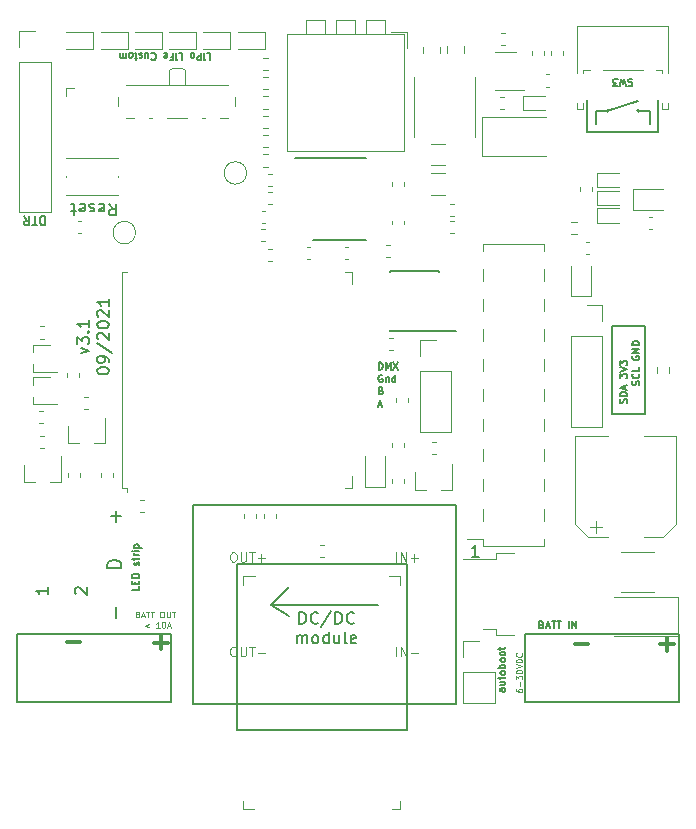
<source format=gto>
G04 #@! TF.GenerationSoftware,KiCad,Pcbnew,5.1.10*
G04 #@! TF.CreationDate,2021-09-27T13:14:11+02:00*
G04 #@! TF.ProjectId,KXKM_ESP32_battery_management_board,4b584b4d-5f45-4535-9033-325f62617474,3.0*
G04 #@! TF.SameCoordinates,PX623a7c0PY839b680*
G04 #@! TF.FileFunction,Legend,Top*
G04 #@! TF.FilePolarity,Positive*
%FSLAX46Y46*%
G04 Gerber Fmt 4.6, Leading zero omitted, Abs format (unit mm)*
G04 Created by KiCad (PCBNEW 5.1.10) date 2021-09-27 13:14:11*
%MOMM*%
%LPD*%
G01*
G04 APERTURE LIST*
%ADD10C,0.300000*%
%ADD11C,0.150000*%
%ADD12C,0.200000*%
%ADD13C,0.125000*%
%ADD14C,0.120000*%
%ADD15C,0.100000*%
G04 APERTURE END LIST*
D10*
X4428571Y5342858D02*
X5571428Y5342858D01*
D11*
X41521428Y1428572D02*
X41207142Y1428572D01*
X41150000Y1400000D01*
X41121428Y1342858D01*
X41121428Y1228572D01*
X41150000Y1171429D01*
X41492857Y1428572D02*
X41521428Y1371429D01*
X41521428Y1228572D01*
X41492857Y1171429D01*
X41435714Y1142858D01*
X41378571Y1142858D01*
X41321428Y1171429D01*
X41292857Y1228572D01*
X41292857Y1371429D01*
X41264285Y1428572D01*
X41121428Y1971429D02*
X41521428Y1971429D01*
X41121428Y1714286D02*
X41435714Y1714286D01*
X41492857Y1742858D01*
X41521428Y1800000D01*
X41521428Y1885715D01*
X41492857Y1942858D01*
X41464285Y1971429D01*
X41121428Y2171429D02*
X41121428Y2400000D01*
X40921428Y2257143D02*
X41435714Y2257143D01*
X41492857Y2285715D01*
X41521428Y2342858D01*
X41521428Y2400000D01*
X41521428Y2685715D02*
X41492857Y2628572D01*
X41464285Y2600000D01*
X41407142Y2571429D01*
X41235714Y2571429D01*
X41178571Y2600000D01*
X41150000Y2628572D01*
X41121428Y2685715D01*
X41121428Y2771429D01*
X41150000Y2828572D01*
X41178571Y2857143D01*
X41235714Y2885715D01*
X41407142Y2885715D01*
X41464285Y2857143D01*
X41492857Y2828572D01*
X41521428Y2771429D01*
X41521428Y2685715D01*
X41521428Y3142858D02*
X40921428Y3142858D01*
X41150000Y3142858D02*
X41121428Y3200000D01*
X41121428Y3314286D01*
X41150000Y3371429D01*
X41178571Y3400000D01*
X41235714Y3428572D01*
X41407142Y3428572D01*
X41464285Y3400000D01*
X41492857Y3371429D01*
X41521428Y3314286D01*
X41521428Y3200000D01*
X41492857Y3142858D01*
X41521428Y3771429D02*
X41492857Y3714286D01*
X41464285Y3685715D01*
X41407142Y3657143D01*
X41235714Y3657143D01*
X41178571Y3685715D01*
X41150000Y3714286D01*
X41121428Y3771429D01*
X41121428Y3857143D01*
X41150000Y3914286D01*
X41178571Y3942858D01*
X41235714Y3971429D01*
X41407142Y3971429D01*
X41464285Y3942858D01*
X41492857Y3914286D01*
X41521428Y3857143D01*
X41521428Y3771429D01*
X41521428Y4314286D02*
X41492857Y4257143D01*
X41464285Y4228572D01*
X41407142Y4200000D01*
X41235714Y4200000D01*
X41178571Y4228572D01*
X41150000Y4257143D01*
X41121428Y4314286D01*
X41121428Y4400000D01*
X41150000Y4457143D01*
X41178571Y4485715D01*
X41235714Y4514286D01*
X41407142Y4514286D01*
X41464285Y4485715D01*
X41492857Y4457143D01*
X41521428Y4400000D01*
X41521428Y4314286D01*
X41121428Y4685715D02*
X41121428Y4914286D01*
X40921428Y4771429D02*
X41435714Y4771429D01*
X41492857Y4800000D01*
X41521428Y4857143D01*
X41521428Y4914286D01*
D12*
X8595714Y7357143D02*
X8595714Y8271429D01*
X9052857Y11585715D02*
X7852857Y11585715D01*
X7852857Y11871429D01*
X7910000Y12042858D01*
X8024285Y12157143D01*
X8138571Y12214286D01*
X8367142Y12271429D01*
X8538571Y12271429D01*
X8767142Y12214286D01*
X8881428Y12157143D01*
X8995714Y12042858D01*
X9052857Y11871429D01*
X9052857Y11585715D01*
X8595714Y15528572D02*
X8595714Y16442858D01*
X9052857Y15985715D02*
X8138571Y15985715D01*
D11*
X2812380Y9975715D02*
X2812380Y9404286D01*
X2812380Y9690000D02*
X1812380Y9690000D01*
X1955238Y9594762D01*
X2050476Y9499524D01*
X2098095Y9404286D01*
X5207619Y9404286D02*
X5160000Y9451905D01*
X5112380Y9547143D01*
X5112380Y9785239D01*
X5160000Y9880477D01*
X5207619Y9928096D01*
X5302857Y9975715D01*
X5398095Y9975715D01*
X5540952Y9928096D01*
X6112380Y9356667D01*
X6112380Y9975715D01*
X10551428Y10041429D02*
X10551428Y9755715D01*
X9951428Y9755715D01*
X10237142Y10241429D02*
X10237142Y10441429D01*
X10551428Y10527143D02*
X10551428Y10241429D01*
X9951428Y10241429D01*
X9951428Y10527143D01*
X10551428Y10784286D02*
X9951428Y10784286D01*
X9951428Y10927143D01*
X9980000Y11012858D01*
X10037142Y11070000D01*
X10094285Y11098572D01*
X10208571Y11127143D01*
X10294285Y11127143D01*
X10408571Y11098572D01*
X10465714Y11070000D01*
X10522857Y11012858D01*
X10551428Y10927143D01*
X10551428Y10784286D01*
X10522857Y11812858D02*
X10551428Y11870000D01*
X10551428Y11984286D01*
X10522857Y12041429D01*
X10465714Y12070000D01*
X10437142Y12070000D01*
X10380000Y12041429D01*
X10351428Y11984286D01*
X10351428Y11898572D01*
X10322857Y11841429D01*
X10265714Y11812858D01*
X10237142Y11812858D01*
X10180000Y11841429D01*
X10151428Y11898572D01*
X10151428Y11984286D01*
X10180000Y12041429D01*
X10151428Y12241429D02*
X10151428Y12470000D01*
X9951428Y12327143D02*
X10465714Y12327143D01*
X10522857Y12355715D01*
X10551428Y12412858D01*
X10551428Y12470000D01*
X10551428Y12670000D02*
X10151428Y12670000D01*
X10265714Y12670000D02*
X10208571Y12698572D01*
X10180000Y12727143D01*
X10151428Y12784286D01*
X10151428Y12841429D01*
X10551428Y13041429D02*
X10151428Y13041429D01*
X9951428Y13041429D02*
X9980000Y13012858D01*
X10008571Y13041429D01*
X9980000Y13070000D01*
X9951428Y13041429D01*
X10008571Y13041429D01*
X10151428Y13327143D02*
X10751428Y13327143D01*
X10180000Y13327143D02*
X10151428Y13384286D01*
X10151428Y13498572D01*
X10180000Y13555715D01*
X10208571Y13584286D01*
X10265714Y13612858D01*
X10437142Y13612858D01*
X10494285Y13584286D01*
X10522857Y13555715D01*
X10551428Y13498572D01*
X10551428Y13384286D01*
X10522857Y13327143D01*
X44642857Y6792858D02*
X44728571Y6764286D01*
X44757142Y6735715D01*
X44785714Y6678572D01*
X44785714Y6592858D01*
X44757142Y6535715D01*
X44728571Y6507143D01*
X44671428Y6478572D01*
X44442857Y6478572D01*
X44442857Y7078572D01*
X44642857Y7078572D01*
X44700000Y7050000D01*
X44728571Y7021429D01*
X44757142Y6964286D01*
X44757142Y6907143D01*
X44728571Y6850000D01*
X44700000Y6821429D01*
X44642857Y6792858D01*
X44442857Y6792858D01*
X45014285Y6650000D02*
X45300000Y6650000D01*
X44957142Y6478572D02*
X45157142Y7078572D01*
X45357142Y6478572D01*
X45471428Y7078572D02*
X45814285Y7078572D01*
X45642857Y6478572D02*
X45642857Y7078572D01*
X45928571Y7078572D02*
X46271428Y7078572D01*
X46100000Y6478572D02*
X46100000Y7078572D01*
X46928571Y6478572D02*
X46928571Y7078572D01*
X47214285Y6478572D02*
X47214285Y7078572D01*
X47557142Y6478572D01*
X47557142Y7078572D01*
X13250000Y6000000D02*
X250000Y6000000D01*
X13250000Y250000D02*
X13250000Y6000000D01*
X250000Y250000D02*
X250000Y6000000D01*
X13250000Y250000D02*
X250000Y250000D01*
X56250000Y6000000D02*
X56250000Y250000D01*
X43250000Y6000000D02*
X56250000Y6000000D01*
X43250000Y250000D02*
X43250000Y6000000D01*
X56250000Y250000D02*
X43250000Y250000D01*
X53350000Y24600000D02*
X50600000Y24600000D01*
X53350000Y32100000D02*
X53350000Y24600000D01*
X50600000Y32100000D02*
X53350000Y32100000D01*
X50600000Y24600000D02*
X50600000Y32100000D01*
X51817857Y25564286D02*
X51846428Y25650000D01*
X51846428Y25792858D01*
X51817857Y25850000D01*
X51789285Y25878572D01*
X51732142Y25907143D01*
X51675000Y25907143D01*
X51617857Y25878572D01*
X51589285Y25850000D01*
X51560714Y25792858D01*
X51532142Y25678572D01*
X51503571Y25621429D01*
X51475000Y25592858D01*
X51417857Y25564286D01*
X51360714Y25564286D01*
X51303571Y25592858D01*
X51275000Y25621429D01*
X51246428Y25678572D01*
X51246428Y25821429D01*
X51275000Y25907143D01*
X51846428Y26164286D02*
X51246428Y26164286D01*
X51246428Y26307143D01*
X51275000Y26392858D01*
X51332142Y26450000D01*
X51389285Y26478572D01*
X51503571Y26507143D01*
X51589285Y26507143D01*
X51703571Y26478572D01*
X51760714Y26450000D01*
X51817857Y26392858D01*
X51846428Y26307143D01*
X51846428Y26164286D01*
X51675000Y26735715D02*
X51675000Y27021429D01*
X51846428Y26678572D02*
X51246428Y26878572D01*
X51846428Y27078572D01*
X51246428Y27678572D02*
X51246428Y28050000D01*
X51475000Y27850000D01*
X51475000Y27935715D01*
X51503571Y27992858D01*
X51532142Y28021429D01*
X51589285Y28050000D01*
X51732142Y28050000D01*
X51789285Y28021429D01*
X51817857Y27992858D01*
X51846428Y27935715D01*
X51846428Y27764286D01*
X51817857Y27707143D01*
X51789285Y27678572D01*
X51246428Y28221429D02*
X51846428Y28421429D01*
X51246428Y28621429D01*
X51246428Y28764286D02*
X51246428Y29135715D01*
X51475000Y28935715D01*
X51475000Y29021429D01*
X51503571Y29078572D01*
X51532142Y29107143D01*
X51589285Y29135715D01*
X51732142Y29135715D01*
X51789285Y29107143D01*
X51817857Y29078572D01*
X51846428Y29021429D01*
X51846428Y28850000D01*
X51817857Y28792858D01*
X51789285Y28764286D01*
X52867857Y27092858D02*
X52896428Y27178572D01*
X52896428Y27321429D01*
X52867857Y27378572D01*
X52839285Y27407143D01*
X52782142Y27435715D01*
X52725000Y27435715D01*
X52667857Y27407143D01*
X52639285Y27378572D01*
X52610714Y27321429D01*
X52582142Y27207143D01*
X52553571Y27150000D01*
X52525000Y27121429D01*
X52467857Y27092858D01*
X52410714Y27092858D01*
X52353571Y27121429D01*
X52325000Y27150000D01*
X52296428Y27207143D01*
X52296428Y27350000D01*
X52325000Y27435715D01*
X52839285Y28035715D02*
X52867857Y28007143D01*
X52896428Y27921429D01*
X52896428Y27864286D01*
X52867857Y27778572D01*
X52810714Y27721429D01*
X52753571Y27692858D01*
X52639285Y27664286D01*
X52553571Y27664286D01*
X52439285Y27692858D01*
X52382142Y27721429D01*
X52325000Y27778572D01*
X52296428Y27864286D01*
X52296428Y27921429D01*
X52325000Y28007143D01*
X52353571Y28035715D01*
X52896428Y28578572D02*
X52896428Y28292858D01*
X52296428Y28292858D01*
X52325000Y29550000D02*
X52296428Y29492858D01*
X52296428Y29407143D01*
X52325000Y29321429D01*
X52382142Y29264286D01*
X52439285Y29235715D01*
X52553571Y29207143D01*
X52639285Y29207143D01*
X52753571Y29235715D01*
X52810714Y29264286D01*
X52867857Y29321429D01*
X52896428Y29407143D01*
X52896428Y29464286D01*
X52867857Y29550000D01*
X52839285Y29578572D01*
X52639285Y29578572D01*
X52639285Y29464286D01*
X52896428Y29835715D02*
X52296428Y29835715D01*
X52896428Y30178572D01*
X52296428Y30178572D01*
X52896428Y30464286D02*
X52296428Y30464286D01*
X52296428Y30607143D01*
X52325000Y30692858D01*
X52382142Y30750000D01*
X52439285Y30778572D01*
X52553571Y30807143D01*
X52639285Y30807143D01*
X52753571Y30778572D01*
X52810714Y30750000D01*
X52867857Y30692858D01*
X52896428Y30607143D01*
X52896428Y30464286D01*
X30840357Y28403572D02*
X30840357Y29003572D01*
X30983214Y29003572D01*
X31068928Y28975000D01*
X31126071Y28917858D01*
X31154642Y28860715D01*
X31183214Y28746429D01*
X31183214Y28660715D01*
X31154642Y28546429D01*
X31126071Y28489286D01*
X31068928Y28432143D01*
X30983214Y28403572D01*
X30840357Y28403572D01*
X31440357Y28403572D02*
X31440357Y29003572D01*
X31640357Y28575000D01*
X31840357Y29003572D01*
X31840357Y28403572D01*
X32068928Y29003572D02*
X32468928Y28403572D01*
X32468928Y29003572D02*
X32068928Y28403572D01*
X31154642Y27925000D02*
X31097500Y27953572D01*
X31011785Y27953572D01*
X30926071Y27925000D01*
X30868928Y27867858D01*
X30840357Y27810715D01*
X30811785Y27696429D01*
X30811785Y27610715D01*
X30840357Y27496429D01*
X30868928Y27439286D01*
X30926071Y27382143D01*
X31011785Y27353572D01*
X31068928Y27353572D01*
X31154642Y27382143D01*
X31183214Y27410715D01*
X31183214Y27610715D01*
X31068928Y27610715D01*
X31440357Y27753572D02*
X31440357Y27353572D01*
X31440357Y27696429D02*
X31468928Y27725000D01*
X31526071Y27753572D01*
X31611785Y27753572D01*
X31668928Y27725000D01*
X31697500Y27667858D01*
X31697500Y27353572D01*
X32240357Y27353572D02*
X32240357Y27953572D01*
X32240357Y27382143D02*
X32183214Y27353572D01*
X32068928Y27353572D01*
X32011785Y27382143D01*
X31983214Y27410715D01*
X31954642Y27467858D01*
X31954642Y27639286D01*
X31983214Y27696429D01*
X32011785Y27725000D01*
X32068928Y27753572D01*
X32183214Y27753572D01*
X32240357Y27725000D01*
X31040357Y26617858D02*
X31126071Y26589286D01*
X31154642Y26560715D01*
X31183214Y26503572D01*
X31183214Y26417858D01*
X31154642Y26360715D01*
X31126071Y26332143D01*
X31068928Y26303572D01*
X30840357Y26303572D01*
X30840357Y26903572D01*
X31040357Y26903572D01*
X31097500Y26875000D01*
X31126071Y26846429D01*
X31154642Y26789286D01*
X31154642Y26732143D01*
X31126071Y26675000D01*
X31097500Y26646429D01*
X31040357Y26617858D01*
X30840357Y26617858D01*
X30811785Y25425000D02*
X31097500Y25425000D01*
X30754642Y25253572D02*
X30954642Y25853572D01*
X31154642Y25253572D01*
X2567142Y41401905D02*
X2567142Y40601905D01*
X2388571Y40601905D01*
X2281428Y40640000D01*
X2210000Y40716191D01*
X2174285Y40792381D01*
X2138571Y40944762D01*
X2138571Y41059048D01*
X2174285Y41211429D01*
X2210000Y41287620D01*
X2281428Y41363810D01*
X2388571Y41401905D01*
X2567142Y41401905D01*
X1924285Y40601905D02*
X1495714Y40601905D01*
X1710000Y41401905D02*
X1710000Y40601905D01*
X817142Y41401905D02*
X1067142Y41020953D01*
X1245714Y41401905D02*
X1245714Y40601905D01*
X960000Y40601905D01*
X888571Y40640000D01*
X852857Y40678096D01*
X817142Y40754286D01*
X817142Y40868572D01*
X852857Y40944762D01*
X888571Y40982858D01*
X960000Y41020953D01*
X1245714Y41020953D01*
D12*
X5635714Y29771429D02*
X6302380Y30009524D01*
X5635714Y30247620D01*
X5302380Y30533334D02*
X5302380Y31152381D01*
X5683333Y30819048D01*
X5683333Y30961905D01*
X5730952Y31057143D01*
X5778571Y31104762D01*
X5873809Y31152381D01*
X6111904Y31152381D01*
X6207142Y31104762D01*
X6254761Y31057143D01*
X6302380Y30961905D01*
X6302380Y30676191D01*
X6254761Y30580953D01*
X6207142Y30533334D01*
X6207142Y31580953D02*
X6254761Y31628572D01*
X6302380Y31580953D01*
X6254761Y31533334D01*
X6207142Y31580953D01*
X6302380Y31580953D01*
X6302380Y32580953D02*
X6302380Y32009524D01*
X6302380Y32295239D02*
X5302380Y32295239D01*
X5445238Y32200000D01*
X5540476Y32104762D01*
X5588095Y32009524D01*
X7002380Y28247620D02*
X7002380Y28342858D01*
X7050000Y28438096D01*
X7097619Y28485715D01*
X7192857Y28533334D01*
X7383333Y28580953D01*
X7621428Y28580953D01*
X7811904Y28533334D01*
X7907142Y28485715D01*
X7954761Y28438096D01*
X8002380Y28342858D01*
X8002380Y28247620D01*
X7954761Y28152381D01*
X7907142Y28104762D01*
X7811904Y28057143D01*
X7621428Y28009524D01*
X7383333Y28009524D01*
X7192857Y28057143D01*
X7097619Y28104762D01*
X7050000Y28152381D01*
X7002380Y28247620D01*
X8002380Y29057143D02*
X8002380Y29247620D01*
X7954761Y29342858D01*
X7907142Y29390477D01*
X7764285Y29485715D01*
X7573809Y29533334D01*
X7192857Y29533334D01*
X7097619Y29485715D01*
X7050000Y29438096D01*
X7002380Y29342858D01*
X7002380Y29152381D01*
X7050000Y29057143D01*
X7097619Y29009524D01*
X7192857Y28961905D01*
X7430952Y28961905D01*
X7526190Y29009524D01*
X7573809Y29057143D01*
X7621428Y29152381D01*
X7621428Y29342858D01*
X7573809Y29438096D01*
X7526190Y29485715D01*
X7430952Y29533334D01*
X6954761Y30676191D02*
X8240476Y29819048D01*
X7097619Y30961905D02*
X7050000Y31009524D01*
X7002380Y31104762D01*
X7002380Y31342858D01*
X7050000Y31438096D01*
X7097619Y31485715D01*
X7192857Y31533334D01*
X7288095Y31533334D01*
X7430952Y31485715D01*
X8002380Y30914286D01*
X8002380Y31533334D01*
X7002380Y32152381D02*
X7002380Y32247620D01*
X7050000Y32342858D01*
X7097619Y32390477D01*
X7192857Y32438096D01*
X7383333Y32485715D01*
X7621428Y32485715D01*
X7811904Y32438096D01*
X7907142Y32390477D01*
X7954761Y32342858D01*
X8002380Y32247620D01*
X8002380Y32152381D01*
X7954761Y32057143D01*
X7907142Y32009524D01*
X7811904Y31961905D01*
X7621428Y31914286D01*
X7383333Y31914286D01*
X7192857Y31961905D01*
X7097619Y32009524D01*
X7050000Y32057143D01*
X7002380Y32152381D01*
X7097619Y32866667D02*
X7050000Y32914286D01*
X7002380Y33009524D01*
X7002380Y33247620D01*
X7050000Y33342858D01*
X7097619Y33390477D01*
X7192857Y33438096D01*
X7288095Y33438096D01*
X7430952Y33390477D01*
X8002380Y32819048D01*
X8002380Y33438096D01*
X8002380Y34390477D02*
X8002380Y33819048D01*
X8002380Y34104762D02*
X7002380Y34104762D01*
X7145238Y34009524D01*
X7240476Y33914286D01*
X7288095Y33819048D01*
X39285714Y12547620D02*
X38714285Y12547620D01*
X39000000Y12547620D02*
X39000000Y13547620D01*
X38904761Y13404762D01*
X38809523Y13309524D01*
X38714285Y13261905D01*
D10*
X11828571Y5292858D02*
X12971428Y5292858D01*
X12400000Y4721429D02*
X12400000Y5864286D01*
X47428571Y5142858D02*
X48571428Y5142858D01*
X54678571Y5142858D02*
X55821428Y5142858D01*
X55250000Y4571429D02*
X55250000Y5714286D01*
D13*
X10445238Y7673215D02*
X10516666Y7649405D01*
X10540476Y7625596D01*
X10564285Y7577977D01*
X10564285Y7506548D01*
X10540476Y7458929D01*
X10516666Y7435120D01*
X10469047Y7411310D01*
X10278571Y7411310D01*
X10278571Y7911310D01*
X10445238Y7911310D01*
X10492857Y7887500D01*
X10516666Y7863691D01*
X10540476Y7816072D01*
X10540476Y7768453D01*
X10516666Y7720834D01*
X10492857Y7697024D01*
X10445238Y7673215D01*
X10278571Y7673215D01*
X10754761Y7554167D02*
X10992857Y7554167D01*
X10707142Y7411310D02*
X10873809Y7911310D01*
X11040476Y7411310D01*
X11135714Y7911310D02*
X11421428Y7911310D01*
X11278571Y7411310D02*
X11278571Y7911310D01*
X11516666Y7911310D02*
X11802380Y7911310D01*
X11659523Y7411310D02*
X11659523Y7911310D01*
X12445238Y7911310D02*
X12540476Y7911310D01*
X12588095Y7887500D01*
X12635714Y7839881D01*
X12659523Y7744643D01*
X12659523Y7577977D01*
X12635714Y7482739D01*
X12588095Y7435120D01*
X12540476Y7411310D01*
X12445238Y7411310D01*
X12397619Y7435120D01*
X12350000Y7482739D01*
X12326190Y7577977D01*
X12326190Y7744643D01*
X12350000Y7839881D01*
X12397619Y7887500D01*
X12445238Y7911310D01*
X12873809Y7911310D02*
X12873809Y7506548D01*
X12897619Y7458929D01*
X12921428Y7435120D01*
X12969047Y7411310D01*
X13064285Y7411310D01*
X13111904Y7435120D01*
X13135714Y7458929D01*
X13159523Y7506548D01*
X13159523Y7911310D01*
X13326190Y7911310D02*
X13611904Y7911310D01*
X13469047Y7411310D02*
X13469047Y7911310D01*
X11409523Y6869643D02*
X11028571Y6726786D01*
X11409523Y6583929D01*
X12290476Y6536310D02*
X12004761Y6536310D01*
X12147619Y6536310D02*
X12147619Y7036310D01*
X12100000Y6964881D01*
X12052380Y6917262D01*
X12004761Y6893453D01*
X12600000Y7036310D02*
X12647619Y7036310D01*
X12695238Y7012500D01*
X12719047Y6988691D01*
X12742857Y6941072D01*
X12766666Y6845834D01*
X12766666Y6726786D01*
X12742857Y6631548D01*
X12719047Y6583929D01*
X12695238Y6560120D01*
X12647619Y6536310D01*
X12600000Y6536310D01*
X12552380Y6560120D01*
X12528571Y6583929D01*
X12504761Y6631548D01*
X12480952Y6726786D01*
X12480952Y6845834D01*
X12504761Y6941072D01*
X12528571Y6988691D01*
X12552380Y7012500D01*
X12600000Y7036310D01*
X12957142Y6679167D02*
X13195238Y6679167D01*
X12909523Y6536310D02*
X13076190Y7036310D01*
X13242857Y6536310D01*
D11*
X16282857Y55221429D02*
X16568571Y55221429D01*
X16568571Y54621429D01*
X16082857Y55221429D02*
X16082857Y54821429D01*
X16082857Y54621429D02*
X16111428Y54650000D01*
X16082857Y54678572D01*
X16054285Y54650000D01*
X16082857Y54621429D01*
X16082857Y54678572D01*
X15797142Y55221429D02*
X15797142Y54621429D01*
X15568571Y54621429D01*
X15511428Y54650000D01*
X15482857Y54678572D01*
X15454285Y54735715D01*
X15454285Y54821429D01*
X15482857Y54878572D01*
X15511428Y54907143D01*
X15568571Y54935715D01*
X15797142Y54935715D01*
X15111428Y55221429D02*
X15168571Y55192858D01*
X15197142Y55164286D01*
X15225714Y55107143D01*
X15225714Y54935715D01*
X15197142Y54878572D01*
X15168571Y54850000D01*
X15111428Y54821429D01*
X15025714Y54821429D01*
X14968571Y54850000D01*
X14940000Y54878572D01*
X14911428Y54935715D01*
X14911428Y55107143D01*
X14940000Y55164286D01*
X14968571Y55192858D01*
X15025714Y55221429D01*
X15111428Y55221429D01*
X13911428Y55221429D02*
X14197142Y55221429D01*
X14197142Y54621429D01*
X13711428Y55221429D02*
X13711428Y54821429D01*
X13711428Y54621429D02*
X13740000Y54650000D01*
X13711428Y54678572D01*
X13682857Y54650000D01*
X13711428Y54621429D01*
X13711428Y54678572D01*
X13225714Y54907143D02*
X13425714Y54907143D01*
X13425714Y55221429D02*
X13425714Y54621429D01*
X13140000Y54621429D01*
X12682857Y55192858D02*
X12740000Y55221429D01*
X12854285Y55221429D01*
X12911428Y55192858D01*
X12940000Y55135715D01*
X12940000Y54907143D01*
X12911428Y54850000D01*
X12854285Y54821429D01*
X12740000Y54821429D01*
X12682857Y54850000D01*
X12654285Y54907143D01*
X12654285Y54964286D01*
X12940000Y55021429D01*
X11597142Y55164286D02*
X11625714Y55192858D01*
X11711428Y55221429D01*
X11768571Y55221429D01*
X11854285Y55192858D01*
X11911428Y55135715D01*
X11940000Y55078572D01*
X11968571Y54964286D01*
X11968571Y54878572D01*
X11940000Y54764286D01*
X11911428Y54707143D01*
X11854285Y54650000D01*
X11768571Y54621429D01*
X11711428Y54621429D01*
X11625714Y54650000D01*
X11597142Y54678572D01*
X11082857Y54821429D02*
X11082857Y55221429D01*
X11340000Y54821429D02*
X11340000Y55135715D01*
X11311428Y55192858D01*
X11254285Y55221429D01*
X11168571Y55221429D01*
X11111428Y55192858D01*
X11082857Y55164286D01*
X10825714Y55192858D02*
X10768571Y55221429D01*
X10654285Y55221429D01*
X10597142Y55192858D01*
X10568571Y55135715D01*
X10568571Y55107143D01*
X10597142Y55050000D01*
X10654285Y55021429D01*
X10740000Y55021429D01*
X10797142Y54992858D01*
X10825714Y54935715D01*
X10825714Y54907143D01*
X10797142Y54850000D01*
X10740000Y54821429D01*
X10654285Y54821429D01*
X10597142Y54850000D01*
X10397142Y54821429D02*
X10168571Y54821429D01*
X10311428Y54621429D02*
X10311428Y55135715D01*
X10282857Y55192858D01*
X10225714Y55221429D01*
X10168571Y55221429D01*
X9882857Y55221429D02*
X9940000Y55192858D01*
X9968571Y55164286D01*
X9997142Y55107143D01*
X9997142Y54935715D01*
X9968571Y54878572D01*
X9940000Y54850000D01*
X9882857Y54821429D01*
X9797142Y54821429D01*
X9740000Y54850000D01*
X9711428Y54878572D01*
X9682857Y54935715D01*
X9682857Y55107143D01*
X9711428Y55164286D01*
X9740000Y55192858D01*
X9797142Y55221429D01*
X9882857Y55221429D01*
X9425714Y55221429D02*
X9425714Y54821429D01*
X9425714Y54878572D02*
X9397142Y54850000D01*
X9340000Y54821429D01*
X9254285Y54821429D01*
X9197142Y54850000D01*
X9168571Y54907143D01*
X9168571Y55221429D01*
X9168571Y54907143D02*
X9140000Y54850000D01*
X9082857Y54821429D01*
X8997142Y54821429D01*
X8940000Y54850000D01*
X8911428Y54907143D01*
X8911428Y55221429D01*
D12*
X7988095Y42452381D02*
X8321428Y41976191D01*
X8559523Y42452381D02*
X8559523Y41452381D01*
X8178571Y41452381D01*
X8083333Y41500000D01*
X8035714Y41547620D01*
X7988095Y41642858D01*
X7988095Y41785715D01*
X8035714Y41880953D01*
X8083333Y41928572D01*
X8178571Y41976191D01*
X8559523Y41976191D01*
X7178571Y42404762D02*
X7273809Y42452381D01*
X7464285Y42452381D01*
X7559523Y42404762D01*
X7607142Y42309524D01*
X7607142Y41928572D01*
X7559523Y41833334D01*
X7464285Y41785715D01*
X7273809Y41785715D01*
X7178571Y41833334D01*
X7130952Y41928572D01*
X7130952Y42023810D01*
X7607142Y42119048D01*
X6750000Y42404762D02*
X6654761Y42452381D01*
X6464285Y42452381D01*
X6369047Y42404762D01*
X6321428Y42309524D01*
X6321428Y42261905D01*
X6369047Y42166667D01*
X6464285Y42119048D01*
X6607142Y42119048D01*
X6702380Y42071429D01*
X6750000Y41976191D01*
X6750000Y41928572D01*
X6702380Y41833334D01*
X6607142Y41785715D01*
X6464285Y41785715D01*
X6369047Y41833334D01*
X5511904Y42404762D02*
X5607142Y42452381D01*
X5797619Y42452381D01*
X5892857Y42404762D01*
X5940476Y42309524D01*
X5940476Y41928572D01*
X5892857Y41833334D01*
X5797619Y41785715D01*
X5607142Y41785715D01*
X5511904Y41833334D01*
X5464285Y41928572D01*
X5464285Y42023810D01*
X5940476Y42119048D01*
X5178571Y41785715D02*
X4797619Y41785715D01*
X5035714Y41452381D02*
X5035714Y42309524D01*
X4988095Y42404762D01*
X4892857Y42452381D01*
X4797619Y42452381D01*
D13*
X42476190Y1345239D02*
X42476190Y1250000D01*
X42500000Y1202381D01*
X42523809Y1178572D01*
X42595238Y1130953D01*
X42690476Y1107143D01*
X42880952Y1107143D01*
X42928571Y1130953D01*
X42952380Y1154762D01*
X42976190Y1202381D01*
X42976190Y1297620D01*
X42952380Y1345239D01*
X42928571Y1369048D01*
X42880952Y1392858D01*
X42761904Y1392858D01*
X42714285Y1369048D01*
X42690476Y1345239D01*
X42666666Y1297620D01*
X42666666Y1202381D01*
X42690476Y1154762D01*
X42714285Y1130953D01*
X42761904Y1107143D01*
X42785714Y1607143D02*
X42785714Y1988096D01*
X42476190Y2178572D02*
X42476190Y2488096D01*
X42666666Y2321429D01*
X42666666Y2392858D01*
X42690476Y2440477D01*
X42714285Y2464286D01*
X42761904Y2488096D01*
X42880952Y2488096D01*
X42928571Y2464286D01*
X42952380Y2440477D01*
X42976190Y2392858D01*
X42976190Y2250000D01*
X42952380Y2202381D01*
X42928571Y2178572D01*
X42476190Y2797620D02*
X42476190Y2845239D01*
X42500000Y2892858D01*
X42523809Y2916667D01*
X42571428Y2940477D01*
X42666666Y2964286D01*
X42785714Y2964286D01*
X42880952Y2940477D01*
X42928571Y2916667D01*
X42952380Y2892858D01*
X42976190Y2845239D01*
X42976190Y2797620D01*
X42952380Y2750000D01*
X42928571Y2726191D01*
X42880952Y2702381D01*
X42785714Y2678572D01*
X42666666Y2678572D01*
X42571428Y2702381D01*
X42523809Y2726191D01*
X42500000Y2750000D01*
X42476190Y2797620D01*
X42476190Y3107143D02*
X42976190Y3273810D01*
X42476190Y3440477D01*
X42976190Y3607143D02*
X42476190Y3607143D01*
X42476190Y3726191D01*
X42500000Y3797620D01*
X42547619Y3845239D01*
X42595238Y3869048D01*
X42690476Y3892858D01*
X42761904Y3892858D01*
X42857142Y3869048D01*
X42904761Y3845239D01*
X42952380Y3797620D01*
X42976190Y3726191D01*
X42976190Y3607143D01*
X42928571Y4392858D02*
X42952380Y4369048D01*
X42976190Y4297620D01*
X42976190Y4250000D01*
X42952380Y4178572D01*
X42904761Y4130953D01*
X42857142Y4107143D01*
X42761904Y4083334D01*
X42690476Y4083334D01*
X42595238Y4107143D01*
X42547619Y4130953D01*
X42500000Y4178572D01*
X42476190Y4250000D01*
X42476190Y4297620D01*
X42500000Y4369048D01*
X42523809Y4392858D01*
D11*
X52300000Y52992858D02*
X52214285Y53021429D01*
X52071428Y53021429D01*
X52014285Y52992858D01*
X51985714Y52964286D01*
X51957142Y52907143D01*
X51957142Y52850000D01*
X51985714Y52792858D01*
X52014285Y52764286D01*
X52071428Y52735715D01*
X52185714Y52707143D01*
X52242857Y52678572D01*
X52271428Y52650000D01*
X52300000Y52592858D01*
X52300000Y52535715D01*
X52271428Y52478572D01*
X52242857Y52450000D01*
X52185714Y52421429D01*
X52042857Y52421429D01*
X51957142Y52450000D01*
X51757142Y52421429D02*
X51614285Y53021429D01*
X51500000Y52592858D01*
X51385714Y53021429D01*
X51242857Y52421429D01*
X51071428Y52421429D02*
X50700000Y52421429D01*
X50900000Y52650000D01*
X50814285Y52650000D01*
X50757142Y52678572D01*
X50728571Y52707143D01*
X50700000Y52764286D01*
X50700000Y52907143D01*
X50728571Y52964286D01*
X50757142Y52992858D01*
X50814285Y53021429D01*
X50985714Y53021429D01*
X51042857Y52992858D01*
X51071428Y52964286D01*
D12*
X52900000Y50300000D02*
G75*
G03*
X52900000Y50300000I-100000J0D01*
G01*
X50300000Y50300000D02*
G75*
G03*
X50300000Y50300000I-100000J0D01*
G01*
X53800000Y50300000D02*
X53800000Y49200000D01*
X52800000Y50300000D02*
X53800000Y50300000D01*
X50200000Y50300000D02*
X52800000Y51100000D01*
X49200000Y50300000D02*
X50200000Y50300000D01*
X49200000Y49200000D02*
X49200000Y50300000D01*
D11*
X24114285Y6872620D02*
X24114285Y7872620D01*
X24352380Y7872620D01*
X24495238Y7825000D01*
X24590476Y7729762D01*
X24638095Y7634524D01*
X24685714Y7444048D01*
X24685714Y7301191D01*
X24638095Y7110715D01*
X24590476Y7015477D01*
X24495238Y6920239D01*
X24352380Y6872620D01*
X24114285Y6872620D01*
X25685714Y6967858D02*
X25638095Y6920239D01*
X25495238Y6872620D01*
X25400000Y6872620D01*
X25257142Y6920239D01*
X25161904Y7015477D01*
X25114285Y7110715D01*
X25066666Y7301191D01*
X25066666Y7444048D01*
X25114285Y7634524D01*
X25161904Y7729762D01*
X25257142Y7825000D01*
X25400000Y7872620D01*
X25495238Y7872620D01*
X25638095Y7825000D01*
X25685714Y7777381D01*
X26828571Y7920239D02*
X25971428Y6634524D01*
X27161904Y6872620D02*
X27161904Y7872620D01*
X27400000Y7872620D01*
X27542857Y7825000D01*
X27638095Y7729762D01*
X27685714Y7634524D01*
X27733333Y7444048D01*
X27733333Y7301191D01*
X27685714Y7110715D01*
X27638095Y7015477D01*
X27542857Y6920239D01*
X27400000Y6872620D01*
X27161904Y6872620D01*
X28733333Y6967858D02*
X28685714Y6920239D01*
X28542857Y6872620D01*
X28447619Y6872620D01*
X28304761Y6920239D01*
X28209523Y7015477D01*
X28161904Y7110715D01*
X28114285Y7301191D01*
X28114285Y7444048D01*
X28161904Y7634524D01*
X28209523Y7729762D01*
X28304761Y7825000D01*
X28447619Y7872620D01*
X28542857Y7872620D01*
X28685714Y7825000D01*
X28733333Y7777381D01*
X23923809Y5222620D02*
X23923809Y5889286D01*
X23923809Y5794048D02*
X23971428Y5841667D01*
X24066666Y5889286D01*
X24209523Y5889286D01*
X24304761Y5841667D01*
X24352380Y5746429D01*
X24352380Y5222620D01*
X24352380Y5746429D02*
X24400000Y5841667D01*
X24495238Y5889286D01*
X24638095Y5889286D01*
X24733333Y5841667D01*
X24780952Y5746429D01*
X24780952Y5222620D01*
X25400000Y5222620D02*
X25304761Y5270239D01*
X25257142Y5317858D01*
X25209523Y5413096D01*
X25209523Y5698810D01*
X25257142Y5794048D01*
X25304761Y5841667D01*
X25400000Y5889286D01*
X25542857Y5889286D01*
X25638095Y5841667D01*
X25685714Y5794048D01*
X25733333Y5698810D01*
X25733333Y5413096D01*
X25685714Y5317858D01*
X25638095Y5270239D01*
X25542857Y5222620D01*
X25400000Y5222620D01*
X26590476Y5222620D02*
X26590476Y6222620D01*
X26590476Y5270239D02*
X26495238Y5222620D01*
X26304761Y5222620D01*
X26209523Y5270239D01*
X26161904Y5317858D01*
X26114285Y5413096D01*
X26114285Y5698810D01*
X26161904Y5794048D01*
X26209523Y5841667D01*
X26304761Y5889286D01*
X26495238Y5889286D01*
X26590476Y5841667D01*
X27495238Y5889286D02*
X27495238Y5222620D01*
X27066666Y5889286D02*
X27066666Y5365477D01*
X27114285Y5270239D01*
X27209523Y5222620D01*
X27352380Y5222620D01*
X27447619Y5270239D01*
X27495238Y5317858D01*
X28114285Y5222620D02*
X28019047Y5270239D01*
X27971428Y5365477D01*
X27971428Y6222620D01*
X28876190Y5270239D02*
X28780952Y5222620D01*
X28590476Y5222620D01*
X28495238Y5270239D01*
X28447619Y5365477D01*
X28447619Y5746429D01*
X28495238Y5841667D01*
X28590476Y5889286D01*
X28780952Y5889286D01*
X28876190Y5841667D01*
X28923809Y5746429D01*
X28923809Y5651191D01*
X28447619Y5555953D01*
D14*
X21002742Y51540500D02*
X21477258Y51540500D01*
X21002742Y50495500D02*
X21477258Y50495500D01*
X21477258Y52131500D02*
X21002742Y52131500D01*
X21477258Y53176500D02*
X21002742Y53176500D01*
X21002742Y54812500D02*
X21477258Y54812500D01*
X21002742Y53767500D02*
X21477258Y53767500D01*
X21002742Y49904500D02*
X21477258Y49904500D01*
X21002742Y48859500D02*
X21477258Y48859500D01*
X21002742Y46632500D02*
X21477258Y46632500D01*
X21002742Y45587500D02*
X21477258Y45587500D01*
X21477258Y47223500D02*
X21002742Y47223500D01*
X21477258Y48268500D02*
X21002742Y48268500D01*
X32980000Y56780000D02*
X32980000Y46880000D01*
X23060000Y56780000D02*
X23060000Y46880000D01*
X32980000Y56780000D02*
X23060000Y56780000D01*
X32980000Y46880000D02*
X23060000Y46880000D01*
X33220000Y57020000D02*
X33220000Y55636000D01*
X33220000Y57020000D02*
X31837000Y57020000D01*
X31380000Y57980000D02*
X31380000Y56780000D01*
X29740000Y57980000D02*
X29740000Y56780000D01*
X31380000Y57980000D02*
X29740000Y57980000D01*
X31380000Y56780000D02*
X29740000Y56780000D01*
X28840000Y57980000D02*
X28840000Y56780000D01*
X27199000Y57980000D02*
X27199000Y56780000D01*
X28840000Y57980000D02*
X27199000Y57980000D01*
X28840000Y56780000D02*
X27199000Y56780000D01*
X26299000Y57980000D02*
X26299000Y56780000D01*
X24660000Y57980000D02*
X24660000Y56780000D01*
X26299000Y57980000D02*
X24660000Y57980000D01*
X26299000Y56780000D02*
X24660000Y56780000D01*
X37995000Y5380000D02*
X39325000Y5380000D01*
X37995000Y4050000D02*
X37995000Y5380000D01*
X37995000Y2780000D02*
X40655000Y2780000D01*
X40655000Y2780000D02*
X40655000Y180000D01*
X37995000Y2780000D02*
X37995000Y180000D01*
X37995000Y180000D02*
X40655000Y180000D01*
X47597258Y40932500D02*
X47122742Y40932500D01*
X47597258Y39887500D02*
X47122742Y39887500D01*
X55432500Y28102742D02*
X55432500Y28577258D01*
X54387500Y28102742D02*
X54387500Y28577258D01*
X51150000Y40840000D02*
X49300000Y40840000D01*
X51150000Y42040000D02*
X49300000Y42040000D01*
X49300000Y42040000D02*
X49300000Y40840000D01*
X47120000Y34590000D02*
X47120000Y37140000D01*
X48820000Y34590000D02*
X48820000Y37140000D01*
X47120000Y34590000D02*
X48820000Y34590000D01*
X48670580Y39170000D02*
X48389420Y39170000D01*
X48670580Y38150000D02*
X48389420Y38150000D01*
X27950000Y18380000D02*
X28570000Y18380000D01*
X28570000Y18380000D02*
X28570000Y19380000D01*
X27950000Y36620000D02*
X28570000Y36620000D01*
X28570000Y36620000D02*
X28570000Y35620000D01*
X9130000Y18380000D02*
X9130000Y36620000D01*
X9130000Y36620000D02*
X9550000Y36620000D01*
X9130000Y18380000D02*
X9550000Y18380000D01*
X9550000Y18380000D02*
X9550000Y18000000D01*
X25837221Y13510000D02*
X26162779Y13510000D01*
X25837221Y12490000D02*
X26162779Y12490000D01*
X33920000Y18240000D02*
X34850000Y18240000D01*
X37080000Y18240000D02*
X36150000Y18240000D01*
X37080000Y18240000D02*
X37080000Y20400000D01*
X33920000Y18240000D02*
X33920000Y19700000D01*
D11*
X21750000Y8500000D02*
X23250000Y7500000D01*
X21750000Y8500000D02*
X23250000Y10000000D01*
X30750000Y8500000D02*
X21750000Y8500000D01*
X15150000Y100000D02*
X37350000Y100000D01*
X15150000Y16900000D02*
X15150000Y100000D01*
X37350000Y16900000D02*
X15150000Y16900000D01*
X37350000Y100000D02*
X37350000Y16900000D01*
D14*
X780000Y18890000D02*
X780000Y20350000D01*
X3940000Y18890000D02*
X3940000Y21050000D01*
X3940000Y18890000D02*
X3010000Y18890000D01*
X780000Y18890000D02*
X1710000Y18890000D01*
X4490000Y22150000D02*
X4490000Y23610000D01*
X7650000Y22150000D02*
X7650000Y24310000D01*
X7650000Y22150000D02*
X6720000Y22150000D01*
X4490000Y22150000D02*
X5420000Y22150000D01*
D15*
X20300000Y-8775000D02*
X19325000Y-8775000D01*
X19325000Y-8775000D02*
X19325000Y-8100000D01*
X32675000Y-8125000D02*
X32675000Y-8775000D01*
X32675000Y-8775000D02*
X31975000Y-8775000D01*
X20350000Y10925000D02*
X19325000Y10925000D01*
X19325000Y10925000D02*
X19325000Y10125000D01*
X31725000Y10925000D02*
X32675000Y10925000D01*
X32675000Y10925000D02*
X32675000Y10200000D01*
D11*
X18800000Y11900000D02*
X18800000Y-2100000D01*
X18800000Y-2100000D02*
X33200000Y-2100000D01*
X33200000Y-2100000D02*
X33200000Y11900000D01*
X33200000Y11900000D02*
X18800000Y11900000D01*
D14*
X48740000Y15100000D02*
X49740000Y15100000D01*
X49240000Y14600000D02*
X49240000Y15600000D01*
X54945563Y14240000D02*
X56010000Y15304437D01*
X48554437Y14240000D02*
X47490000Y15304437D01*
X48554437Y14240000D02*
X50240000Y14240000D01*
X54945563Y14240000D02*
X53260000Y14240000D01*
X56010000Y15304437D02*
X56010000Y22760000D01*
X47490000Y15304437D02*
X47490000Y22760000D01*
X47490000Y22760000D02*
X50240000Y22760000D01*
X56010000Y22760000D02*
X53260000Y22760000D01*
X7300000Y55515000D02*
X9585000Y55515000D01*
X9585000Y55515000D02*
X9585000Y56985000D01*
X9585000Y56985000D02*
X7300000Y56985000D01*
X51140000Y43860000D02*
X49290000Y43860000D01*
X51140000Y45060000D02*
X49290000Y45060000D01*
X49290000Y45060000D02*
X49290000Y43860000D01*
X38060000Y55241422D02*
X38060000Y55758578D01*
X36640000Y55241422D02*
X36640000Y55758578D01*
X42270000Y12860000D02*
X40770000Y12860000D01*
X40770000Y12860000D02*
X40770000Y12390000D01*
X40770000Y12390000D02*
X37940000Y12390000D01*
X42270000Y5960000D02*
X40770000Y5960000D01*
X40770000Y5960000D02*
X40770000Y6430000D01*
X40770000Y6430000D02*
X39670000Y6430000D01*
X41187221Y55890000D02*
X41512779Y55890000D01*
X41187221Y56910000D02*
X41512779Y56910000D01*
X45415000Y55362779D02*
X45415000Y55037221D01*
X46435000Y55362779D02*
X46435000Y55037221D01*
X44835000Y55387779D02*
X44835000Y55062221D01*
X43815000Y55387779D02*
X43815000Y55062221D01*
X44962221Y53385000D02*
X45287779Y53385000D01*
X44962221Y52365000D02*
X45287779Y52365000D01*
X47120000Y31230000D02*
X49780000Y31230000D01*
X47120000Y31230000D02*
X47120000Y23550000D01*
X47120000Y23550000D02*
X49780000Y23550000D01*
X49780000Y31230000D02*
X49780000Y23550000D01*
X49780000Y33830000D02*
X49780000Y32500000D01*
X48450000Y33830000D02*
X49780000Y33830000D01*
X44850000Y13490000D02*
X39650000Y13490000D01*
X39650000Y13490000D02*
X39650000Y14060000D01*
X39650000Y15580000D02*
X39650000Y16600000D01*
X39650000Y18120000D02*
X39650000Y19140000D01*
X39650000Y20660000D02*
X39650000Y21680000D01*
X39650000Y23200000D02*
X39650000Y24220000D01*
X39650000Y25740000D02*
X39650000Y26760000D01*
X39650000Y28280000D02*
X39650000Y29300000D01*
X39650000Y30820000D02*
X39650000Y31840000D01*
X39650000Y33360000D02*
X39650000Y34380000D01*
X39650000Y35900000D02*
X39650000Y36920000D01*
X39650000Y38440000D02*
X39650000Y39010000D01*
X44850000Y39010000D02*
X39650000Y39010000D01*
X44850000Y13490000D02*
X44850000Y14060000D01*
X44850000Y15580000D02*
X44850000Y16600000D01*
X44850000Y18120000D02*
X44850000Y19140000D01*
X44850000Y20660000D02*
X44850000Y21680000D01*
X44850000Y23200000D02*
X44850000Y24220000D01*
X44850000Y25740000D02*
X44850000Y26760000D01*
X44850000Y28280000D02*
X44850000Y29300000D01*
X44850000Y30820000D02*
X44850000Y31840000D01*
X44850000Y33360000D02*
X44850000Y34380000D01*
X44850000Y35900000D02*
X44850000Y36920000D01*
X44850000Y38440000D02*
X44850000Y39010000D01*
X39650000Y14060000D02*
X38290000Y14060000D01*
X33850000Y48075000D02*
X33850000Y53175000D01*
X38950000Y48075000D02*
X38950000Y53175000D01*
X3000000Y30520000D02*
X1590000Y30520000D01*
X1590000Y28200000D02*
X3620000Y28200000D01*
X1590000Y28200000D02*
X1590000Y28860000D01*
X1590000Y29860000D02*
X1590000Y30520000D01*
X2077221Y23860000D02*
X2402779Y23860000D01*
X2077221Y24880000D02*
X2402779Y24880000D01*
X21772779Y44980000D02*
X21447221Y44980000D01*
X21772779Y43960000D02*
X21447221Y43960000D01*
X25052779Y37790000D02*
X24727221Y37790000D01*
X25052779Y38810000D02*
X24727221Y38810000D01*
X27947221Y37780000D02*
X28272779Y37780000D01*
X27947221Y38800000D02*
X28272779Y38800000D01*
X20862221Y40285000D02*
X21187779Y40285000D01*
X20862221Y39265000D02*
X21187779Y39265000D01*
X21457221Y37630000D02*
X21782779Y37630000D01*
X21457221Y38650000D02*
X21782779Y38650000D01*
X29650000Y18500000D02*
X29650000Y21050000D01*
X31350000Y18500000D02*
X31350000Y21050000D01*
X29650000Y18500000D02*
X31350000Y18500000D01*
X1590000Y27110000D02*
X1590000Y27770000D01*
X1590000Y25450000D02*
X1590000Y26110000D01*
X1590000Y25450000D02*
X3620000Y25450000D01*
X3000000Y27770000D02*
X1590000Y27770000D01*
X20460000Y16162779D02*
X20460000Y15837221D01*
X19440000Y16162779D02*
X19440000Y15837221D01*
X5662779Y41010000D02*
X5337221Y41010000D01*
X5662779Y39990000D02*
X5337221Y39990000D01*
X22110000Y16162779D02*
X22110000Y15837221D01*
X21090000Y16162779D02*
X21090000Y15837221D01*
X4440000Y28102779D02*
X4440000Y27777221D01*
X5460000Y28102779D02*
X5460000Y27777221D01*
X2157221Y32050000D02*
X2482779Y32050000D01*
X2157221Y31030000D02*
X2482779Y31030000D01*
X33010000Y21837221D02*
X33010000Y22162779D01*
X31990000Y21837221D02*
X31990000Y22162779D01*
X4560000Y19347221D02*
X4560000Y19672779D01*
X5580000Y19347221D02*
X5580000Y19672779D01*
X7280000Y19612779D02*
X7280000Y19287221D01*
X8300000Y19612779D02*
X8300000Y19287221D01*
X2197221Y21770000D02*
X2522779Y21770000D01*
X2197221Y22790000D02*
X2522779Y22790000D01*
X5907221Y25050000D02*
X6232779Y25050000D01*
X5907221Y26070000D02*
X6232779Y26070000D01*
X31437221Y38910000D02*
X31762779Y38910000D01*
X31437221Y37890000D02*
X31762779Y37890000D01*
X35337221Y21240000D02*
X35662779Y21240000D01*
X35337221Y22260000D02*
X35662779Y22260000D01*
X39600000Y49825000D02*
X45000000Y49825000D01*
X39600000Y46525000D02*
X45000000Y46525000D01*
X39600000Y49825000D02*
X39600000Y46525000D01*
X43075000Y51575000D02*
X43075000Y50375000D01*
X44925000Y51575000D02*
X43075000Y51575000D01*
X44925000Y50375000D02*
X43075000Y50375000D01*
X51140000Y42360000D02*
X49290000Y42360000D01*
X51140000Y43560000D02*
X49290000Y43560000D01*
X49290000Y43560000D02*
X49290000Y42360000D01*
X8800000Y51470000D02*
X8800000Y50680000D01*
X18700000Y50680000D02*
X18700000Y51470000D01*
X14600000Y49680000D02*
X12900000Y49680000D01*
X18100000Y52470000D02*
X9400000Y52470000D01*
X13100000Y53770000D02*
X13100000Y52470000D01*
X13300000Y53970000D02*
X14200000Y53970000D01*
X14400000Y52470000D02*
X14400000Y53770000D01*
X13100000Y53770000D02*
X13300000Y53970000D01*
X14400000Y53770000D02*
X14200000Y53970000D01*
X11600000Y49680000D02*
X11400000Y49680000D01*
X16100000Y49680000D02*
X15900000Y49680000D01*
X10100000Y49680000D02*
X9400000Y49680000D01*
X18100000Y49680000D02*
X17400000Y49680000D01*
X8780000Y44680000D02*
X8780000Y44780000D01*
X4380000Y43180000D02*
X8780000Y43180000D01*
X8780000Y46280000D02*
X4380000Y46280000D01*
X4380000Y44680000D02*
X4380000Y44780000D01*
X10950279Y16340000D02*
X10624721Y16340000D01*
X10950279Y17360000D02*
X10624721Y17360000D01*
X31687221Y30090000D02*
X32012779Y30090000D01*
X31687221Y31110000D02*
X32012779Y31110000D01*
X41412779Y50490000D02*
X41087221Y50490000D01*
X41412779Y51510000D02*
X41087221Y51510000D01*
X33010000Y41012779D02*
X33010000Y40687221D01*
X31990000Y41012779D02*
X31990000Y40687221D01*
X21237779Y41820000D02*
X20912221Y41820000D01*
X21237779Y40800000D02*
X20912221Y40800000D01*
X31990000Y43937221D02*
X31990000Y44262779D01*
X33010000Y43937221D02*
X33010000Y44262779D01*
X21762779Y43410000D02*
X21437221Y43410000D01*
X21762779Y42390000D02*
X21437221Y42390000D01*
X34590000Y55216422D02*
X34590000Y55733578D01*
X36010000Y55216422D02*
X36010000Y55733578D01*
X36452064Y47535000D02*
X35247936Y47535000D01*
X36452064Y45715000D02*
X35247936Y45715000D01*
X36452064Y43215000D02*
X35247936Y43215000D01*
X36452064Y45035000D02*
X35247936Y45035000D01*
X4370000Y52205000D02*
X5005000Y52205000D01*
X4370000Y51570000D02*
X4370000Y52205000D01*
X420000Y57080000D02*
X1750000Y57080000D01*
X420000Y55750000D02*
X420000Y57080000D01*
X420000Y54480000D02*
X3080000Y54480000D01*
X3080000Y54480000D02*
X3080000Y41720000D01*
X420000Y54480000D02*
X420000Y41720000D01*
X420000Y41720000D02*
X3080000Y41720000D01*
X52350000Y43650000D02*
X54900000Y43650000D01*
X52350000Y41950000D02*
X54900000Y41950000D01*
X52350000Y43650000D02*
X52350000Y41950000D01*
X18900000Y55515000D02*
X21185000Y55515000D01*
X21185000Y55515000D02*
X21185000Y56985000D01*
X21185000Y56985000D02*
X18900000Y56985000D01*
X15385000Y56985000D02*
X13100000Y56985000D01*
X15385000Y55515000D02*
X15385000Y56985000D01*
X13100000Y55515000D02*
X15385000Y55515000D01*
X16000000Y55515000D02*
X18285000Y55515000D01*
X18285000Y55515000D02*
X18285000Y56985000D01*
X18285000Y56985000D02*
X16000000Y56985000D01*
X6685000Y56985000D02*
X4400000Y56985000D01*
X6685000Y55515000D02*
X6685000Y56985000D01*
X4400000Y55515000D02*
X6685000Y55515000D01*
X12485000Y56985000D02*
X10200000Y56985000D01*
X12485000Y55515000D02*
X12485000Y56985000D01*
X10200000Y55515000D02*
X12485000Y55515000D01*
D11*
X35975000Y31675000D02*
X37375000Y31675000D01*
X35975000Y36775000D02*
X31825000Y36775000D01*
X35975000Y31625000D02*
X31825000Y31625000D01*
X35975000Y36775000D02*
X35975000Y36630000D01*
X31825000Y36775000D02*
X31825000Y36630000D01*
X31825000Y31625000D02*
X31825000Y31770000D01*
X35975000Y31625000D02*
X35975000Y31675000D01*
X23750000Y46300000D02*
X29725000Y46300000D01*
X25275000Y39400000D02*
X29725000Y39400000D01*
D14*
X40650000Y52090000D02*
X43100000Y52090000D01*
X42450000Y55310000D02*
X40650000Y55310000D01*
X53687221Y40290000D02*
X54012779Y40290000D01*
X53687221Y41310000D02*
X54012779Y41310000D01*
X47880000Y43497221D02*
X47880000Y43822779D01*
X48900000Y43497221D02*
X48900000Y43822779D01*
X33290000Y25627221D02*
X33290000Y25952779D01*
X32270000Y25627221D02*
X32270000Y25952779D01*
X33010000Y18799721D02*
X33010000Y19125279D01*
X31990000Y18799721D02*
X31990000Y19125279D01*
X37212779Y40960000D02*
X36887221Y40960000D01*
X37212779Y39940000D02*
X36887221Y39940000D01*
X36887221Y41440000D02*
X37212779Y41440000D01*
X36887221Y42460000D02*
X37212779Y42460000D01*
X10250000Y40000000D02*
G75*
G03*
X10250000Y40000000I-950000J0D01*
G01*
X19650000Y45050000D02*
G75*
G03*
X19650000Y45050000I-950000J0D01*
G01*
X34320000Y30880000D02*
X35650000Y30880000D01*
X34320000Y29550000D02*
X34320000Y30880000D01*
X34320000Y28280000D02*
X36980000Y28280000D01*
X36980000Y28280000D02*
X36980000Y23140000D01*
X34320000Y28280000D02*
X34320000Y23140000D01*
X34320000Y23140000D02*
X36980000Y23140000D01*
X56150000Y5850000D02*
X50750000Y5850000D01*
X56150000Y9150000D02*
X50750000Y9150000D01*
X56150000Y5850000D02*
X56150000Y9150000D01*
X54136252Y12960000D02*
X51363748Y12960000D01*
X54136252Y9540000D02*
X51363748Y9540000D01*
X49790000Y53780000D02*
X53190000Y53780000D01*
X48150000Y53780000D02*
X48690000Y53780000D01*
X55350000Y50950000D02*
X55350000Y50440000D01*
X54830000Y50440000D02*
X55350000Y50440000D01*
X54830000Y50950000D02*
X54830000Y50440000D01*
X54290000Y53780000D02*
X54830000Y53780000D01*
X47630000Y50950000D02*
X47630000Y50440000D01*
X48150000Y50950000D02*
X48150000Y50440000D01*
X54830000Y53780000D02*
X54830000Y53550000D01*
X47630000Y57450000D02*
X47630000Y53550000D01*
X47630000Y50440000D02*
X48150000Y50440000D01*
X55350000Y57450000D02*
X55350000Y53550000D01*
X47630000Y57450000D02*
X55350000Y57450000D01*
X48150000Y53780000D02*
X48150000Y53550000D01*
D11*
X48490000Y48500000D02*
X54490000Y48500000D01*
X54490000Y48500000D02*
X54490000Y51250000D01*
X48490000Y48500000D02*
X48490000Y51250000D01*
D15*
X32335714Y4138096D02*
X32335714Y4938096D01*
X32716666Y4138096D02*
X32716666Y4938096D01*
X33173809Y4138096D01*
X33173809Y4938096D01*
X33554761Y4442858D02*
X34164285Y4442858D01*
X32335714Y12138096D02*
X32335714Y12938096D01*
X32716666Y12138096D02*
X32716666Y12938096D01*
X33173809Y12138096D01*
X33173809Y12938096D01*
X33554761Y12442858D02*
X34164285Y12442858D01*
X33859523Y12138096D02*
X33859523Y12747620D01*
X18454761Y4938096D02*
X18607142Y4938096D01*
X18683333Y4900000D01*
X18759523Y4823810D01*
X18797619Y4671429D01*
X18797619Y4404762D01*
X18759523Y4252381D01*
X18683333Y4176191D01*
X18607142Y4138096D01*
X18454761Y4138096D01*
X18378571Y4176191D01*
X18302380Y4252381D01*
X18264285Y4404762D01*
X18264285Y4671429D01*
X18302380Y4823810D01*
X18378571Y4900000D01*
X18454761Y4938096D01*
X19140476Y4938096D02*
X19140476Y4290477D01*
X19178571Y4214286D01*
X19216666Y4176191D01*
X19292857Y4138096D01*
X19445238Y4138096D01*
X19521428Y4176191D01*
X19559523Y4214286D01*
X19597619Y4290477D01*
X19597619Y4938096D01*
X19864285Y4938096D02*
X20321428Y4938096D01*
X20092857Y4138096D02*
X20092857Y4938096D01*
X20588095Y4442858D02*
X21197619Y4442858D01*
X18454761Y12938096D02*
X18607142Y12938096D01*
X18683333Y12900000D01*
X18759523Y12823810D01*
X18797619Y12671429D01*
X18797619Y12404762D01*
X18759523Y12252381D01*
X18683333Y12176191D01*
X18607142Y12138096D01*
X18454761Y12138096D01*
X18378571Y12176191D01*
X18302380Y12252381D01*
X18264285Y12404762D01*
X18264285Y12671429D01*
X18302380Y12823810D01*
X18378571Y12900000D01*
X18454761Y12938096D01*
X19140476Y12938096D02*
X19140476Y12290477D01*
X19178571Y12214286D01*
X19216666Y12176191D01*
X19292857Y12138096D01*
X19445238Y12138096D01*
X19521428Y12176191D01*
X19559523Y12214286D01*
X19597619Y12290477D01*
X19597619Y12938096D01*
X19864285Y12938096D02*
X20321428Y12938096D01*
X20092857Y12138096D02*
X20092857Y12938096D01*
X20588095Y12442858D02*
X21197619Y12442858D01*
X20892857Y12138096D02*
X20892857Y12747620D01*
M02*

</source>
